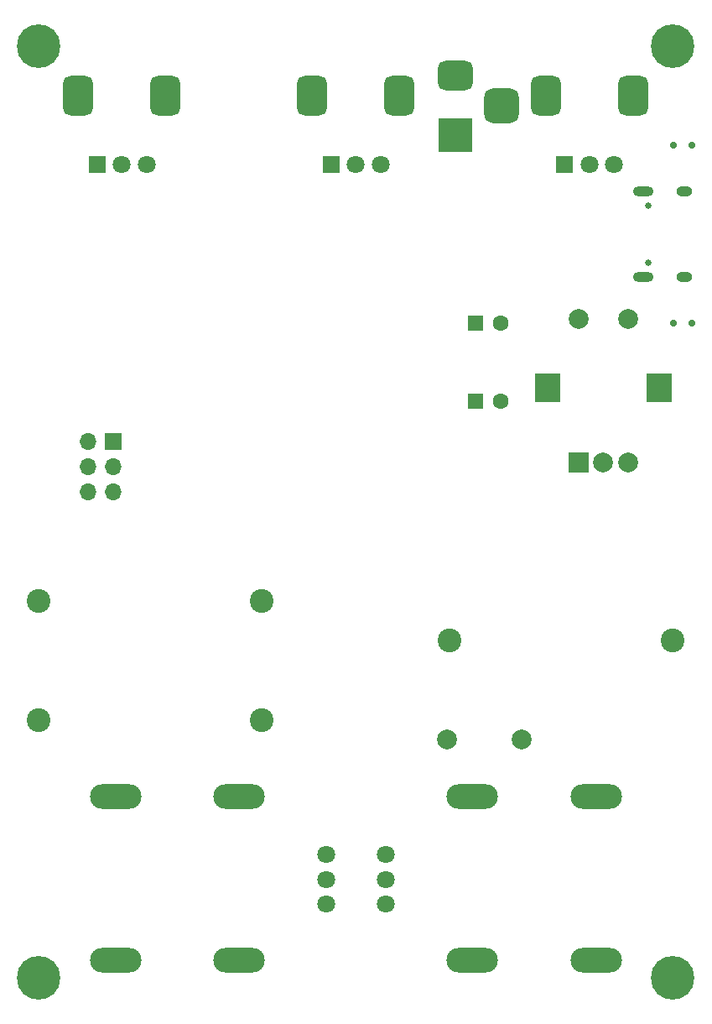
<source format=gbr>
%TF.GenerationSoftware,KiCad,Pcbnew,7.0.8*%
%TF.CreationDate,2023-12-03T14:11:46+01:00*%
%TF.ProjectId,Supersonic Quantumbox,53757065-7273-46f6-9e69-63205175616e,rev?*%
%TF.SameCoordinates,Original*%
%TF.FileFunction,Soldermask,Top*%
%TF.FilePolarity,Negative*%
%FSLAX46Y46*%
G04 Gerber Fmt 4.6, Leading zero omitted, Abs format (unit mm)*
G04 Created by KiCad (PCBNEW 7.0.8) date 2023-12-03 14:11:46*
%MOMM*%
%LPD*%
G01*
G04 APERTURE LIST*
G04 Aperture macros list*
%AMRoundRect*
0 Rectangle with rounded corners*
0 $1 Rounding radius*
0 $2 $3 $4 $5 $6 $7 $8 $9 X,Y pos of 4 corners*
0 Add a 4 corners polygon primitive as box body*
4,1,4,$2,$3,$4,$5,$6,$7,$8,$9,$2,$3,0*
0 Add four circle primitives for the rounded corners*
1,1,$1+$1,$2,$3*
1,1,$1+$1,$4,$5*
1,1,$1+$1,$6,$7*
1,1,$1+$1,$8,$9*
0 Add four rect primitives between the rounded corners*
20,1,$1+$1,$2,$3,$4,$5,0*
20,1,$1+$1,$4,$5,$6,$7,0*
20,1,$1+$1,$6,$7,$8,$9,0*
20,1,$1+$1,$8,$9,$2,$3,0*%
G04 Aperture macros list end*
%ADD10R,1.700000X1.700000*%
%ADD11O,1.700000X1.700000*%
%ADD12C,0.700000*%
%ADD13C,4.400000*%
%ADD14C,1.800000*%
%ADD15R,2.000000X2.000000*%
%ADD16C,2.000000*%
%ADD17R,2.500000X3.000000*%
%ADD18R,1.800000X1.800000*%
%ADD19RoundRect,0.750000X0.750000X-1.250000X0.750000X1.250000X-0.750000X1.250000X-0.750000X-1.250000X0*%
%ADD20R,1.600000X1.600000*%
%ADD21C,1.600000*%
%ADD22C,2.400000*%
%ADD23O,5.200000X2.500000*%
%ADD24C,0.650000*%
%ADD25O,1.600000X1.000000*%
%ADD26O,2.100000X1.000000*%
%ADD27R,3.500000X3.500000*%
%ADD28RoundRect,0.750000X-1.000000X0.750000X-1.000000X-0.750000X1.000000X-0.750000X1.000000X0.750000X0*%
%ADD29RoundRect,0.875000X-0.875000X0.875000X-0.875000X-0.875000X0.875000X-0.875000X0.875000X0.875000X0*%
G04 APERTURE END LIST*
D10*
%TO.C,J3*%
X80500000Y-97920000D03*
D11*
X77960000Y-97920000D03*
X80500000Y-100460000D03*
X77960000Y-100460000D03*
X80500000Y-103000000D03*
X77960000Y-103000000D03*
%TD*%
D12*
%TO.C,H4*%
X135350000Y-152000000D03*
X135833274Y-150833274D03*
X135833274Y-153166726D03*
X137000000Y-150350000D03*
D13*
X137000000Y-152000000D03*
D12*
X137000000Y-153650000D03*
X138166726Y-150833274D03*
X138166726Y-153166726D03*
X138650000Y-152000000D03*
%TD*%
D14*
%TO.C,SW4*%
X108000000Y-144577500D03*
X108000000Y-139577500D03*
X108000000Y-142077500D03*
X102000000Y-139577500D03*
X102000000Y-144577500D03*
X102000000Y-142077500D03*
%TD*%
D12*
%TO.C,H2*%
X135350000Y-58000000D03*
X135833274Y-56833274D03*
X135833274Y-59166726D03*
X137000000Y-56350000D03*
D13*
X137000000Y-58000000D03*
D12*
X137000000Y-59650000D03*
X138166726Y-56833274D03*
X138166726Y-59166726D03*
X138650000Y-58000000D03*
%TD*%
D15*
%TO.C,SW3*%
X127500000Y-100000000D03*
D16*
X132500000Y-100000000D03*
X130000000Y-100000000D03*
D17*
X124400000Y-92500000D03*
X135600000Y-92500000D03*
D16*
X127500000Y-85500000D03*
X132500000Y-85500000D03*
%TD*%
D18*
%TO.C,RV3*%
X126100000Y-70000000D03*
D14*
X128600000Y-70000000D03*
X131100000Y-70000000D03*
D19*
X124200000Y-63000000D03*
X133000000Y-63000000D03*
%TD*%
D18*
%TO.C,RV2*%
X102500000Y-70000000D03*
D14*
X105000000Y-70000000D03*
X107500000Y-70000000D03*
D19*
X100600000Y-63000000D03*
X109400000Y-63000000D03*
%TD*%
D12*
%TO.C,H3*%
X71350000Y-152000000D03*
X71833274Y-150833274D03*
X71833274Y-153166726D03*
X73000000Y-150350000D03*
D13*
X73000000Y-152000000D03*
D12*
X73000000Y-153650000D03*
X74166726Y-150833274D03*
X74166726Y-153166726D03*
X74650000Y-152000000D03*
%TD*%
D18*
%TO.C,RV1*%
X78900000Y-70000000D03*
D14*
X81400000Y-70000000D03*
X83900000Y-70000000D03*
D19*
X77000000Y-63000000D03*
X85800000Y-63000000D03*
%TD*%
D12*
%TO.C,H1*%
X71350000Y-58000000D03*
X71833274Y-56833274D03*
X71833274Y-59166726D03*
X73000000Y-56350000D03*
D13*
X73000000Y-58000000D03*
D12*
X73000000Y-59650000D03*
X74166726Y-56833274D03*
X74166726Y-59166726D03*
X74650000Y-58000000D03*
%TD*%
%TO.C,SW2*%
X138900000Y-86000000D03*
X137100000Y-86000000D03*
%TD*%
D20*
%TO.C,C19*%
X117135242Y-86000000D03*
D21*
X119635242Y-86000000D03*
%TD*%
D22*
%TO.C,C3*%
X73000000Y-114000000D03*
X95500000Y-114000000D03*
%TD*%
D23*
%TO.C,U1*%
X116750000Y-150250000D03*
X116750000Y-133750000D03*
X129250000Y-150250000D03*
X129250000Y-133750000D03*
%TD*%
D22*
%TO.C,C14*%
X73000000Y-126000000D03*
X95500000Y-126000000D03*
%TD*%
%TO.C,C2*%
X137000000Y-118000000D03*
X114500000Y-118000000D03*
%TD*%
D23*
%TO.C,U8*%
X93250000Y-133750000D03*
X93250000Y-150250000D03*
X80750000Y-133750000D03*
X80750000Y-150250000D03*
%TD*%
D24*
%TO.C,J1*%
X134530000Y-74110000D03*
X134530000Y-79890000D03*
D25*
X138180000Y-72680000D03*
D26*
X134000000Y-72680000D03*
D25*
X138180000Y-81320000D03*
D26*
X134000000Y-81320000D03*
%TD*%
D16*
%TO.C,C1*%
X114255000Y-128000000D03*
X121755000Y-128000000D03*
%TD*%
D20*
%TO.C,C18*%
X117135242Y-93850000D03*
D21*
X119635242Y-93850000D03*
%TD*%
D12*
%TO.C,SW1*%
X138900000Y-68000000D03*
X137100000Y-68000000D03*
%TD*%
D27*
%TO.C,J6*%
X115042500Y-67000000D03*
D28*
X115042500Y-61000000D03*
D29*
X119742500Y-64000000D03*
%TD*%
M02*

</source>
